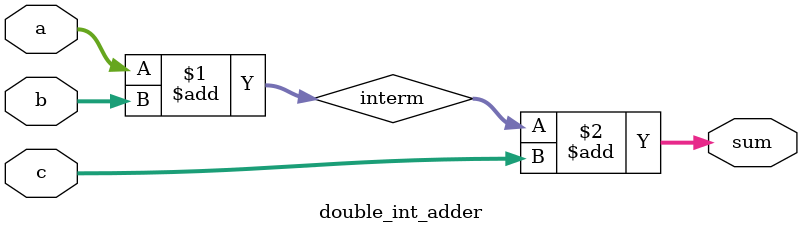
<source format=sv>
module double_int_adder(
    input int a,
    input int b,
    input int c,
    output int sum
);

int interm;

assign interm = a + b;
assign sum = interm + c;

endmodule

</source>
